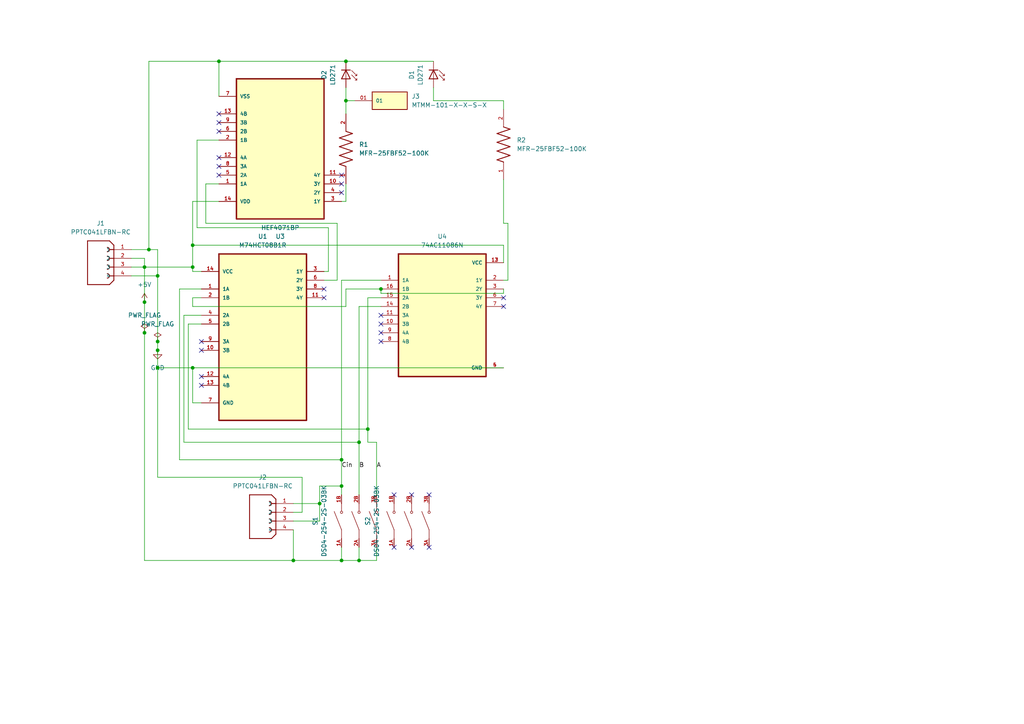
<source format=kicad_sch>
(kicad_sch (version 20231120) (generator "eeschema") (generator_version "8.0")
  (paper "A4")
  (lib_symbols
    (symbol "74AC11086N:74AC11086N" (pin_names (offset 1.016))
      (property "Reference" "U" (at -12.7 18.78 0))
      (property "Value" "74AC11086N" (at -12.7 -21.78 0))
      (symbol "74AC11086N_0_0"
        (rectangle (start -12.7 -17.78) (end 12.7 17.78) (stroke (width 0.41)) (fill (type background)))
        (pin input line (at -17.78 10.16 0) (length 5.08) (name "1A") (number "1"))
        (pin input line (at -17.78 -2.54 0) (length 5.08) (name "3B") (number "10"))
        (pin input line (at -17.78 0 0) (length 5.08) (name "3A") (number "11"))
        (pin power_in line (at 17.78 15.24 180) (length 5.08) (name "VCC") (number "12"))
        (pin power_in line (at 17.78 15.24 180) (length 5.08) (name "VCC") (number "13"))
        (pin input line (at -17.78 2.54 0) (length 5.08) (name "2B") (number "14"))
        (pin input line (at -17.78 5.08 0) (length 5.08) (name "2A") (number "15"))
        (pin input line (at -17.78 7.62 0) (length 5.08) (name "1B") (number "16"))
        (pin output line (at 17.78 10.16 180) (length 5.08) (name "1Y") (number "2"))
        (pin output line (at 17.78 7.62 180) (length 5.08) (name "2Y") (number "3"))
        (pin power_in line (at 17.78 -15.24 180) (length 5.08) (name "GND") (number "4"))
        (pin power_in line (at 17.78 -15.24 180) (length 5.08) (name "GND") (number "5"))
        (pin output line (at 17.78 5.08 180) (length 5.08) (name "3Y") (number "6"))
        (pin output line (at 17.78 2.54 180) (length 5.08) (name "4Y") (number "7"))
        (pin input line (at -17.78 -7.62 0) (length 5.08) (name "4B") (number "8"))
        (pin input line (at -17.78 -5.08 0) (length 5.08) (name "4A") (number "9"))
      )
    )
    (symbol "DS04-254-2S-03BK:DS04-254-2S-03BK" (pin_names (offset 1.016))
      (property "Reference" "S" (at -2.54 7.62 0))
      (property "Value" "DS04-254-2S-03BK" (at -2.54 -7.62 0))
      (symbol "DS04-254-2S-03BK_0_0"
        (polyline (pts (xy -2.54 -5.08) (xy -5.08 -5.08)) (stroke (width 0.1524)))
        (polyline (pts (xy -2.54 -5.08) (xy 2.794 -2.9464)) (stroke (width 0.1524)))
        (polyline (pts (xy -2.54 0) (xy -5.08 0)) (stroke (width 0.1524)))
        (polyline (pts (xy -2.54 0) (xy 2.794 2.1336)) (stroke (width 0.1524)))
        (polyline (pts (xy -2.54 5.08) (xy -5.08 5.08)) (stroke (width 0.1524)))
        (polyline (pts (xy -2.54 5.08) (xy 2.794 7.2136)) (stroke (width 0.1524)))
        (polyline (pts (xy 5.08 -5.08) (xy 2.921 -5.08)) (stroke (width 0.1524)))
        (polyline (pts (xy 5.08 0) (xy 2.921 0)) (stroke (width 0.1524)))
        (polyline (pts (xy 5.08 5.08) (xy 2.921 5.08)) (stroke (width 0.1524)))
        (circle (center 2.54 -5.08) (radius 0.3302) (stroke (width 0.1524)))
        (circle (center 2.54 0) (radius 0.3302) (stroke (width 0.1524)))
        (circle (center 2.54 5.08) (radius 0.3302) (stroke (width 0.1524)))
        (pin passive line (at -7.62 5.08 0) (length 2.54) (name "~") (number "1A"))
        (pin passive line (at 7.62 5.08 180) (length 2.54) (name "~") (number "1B"))
        (pin passive line (at -7.62 0 0) (length 2.54) (name "~") (number "2A"))
        (pin passive line (at 7.62 0 180) (length 2.54) (name "~") (number "2B"))
        (pin passive line (at -7.62 -5.08 0) (length 2.54) (name "~") (number "3A"))
        (pin passive line (at 7.62 -5.08 180) (length 2.54) (name "~") (number "3B"))
      )
    )
    (symbol "HEF4071BP:HEF4071BP" (pin_names (offset 1.016))
      (property "Reference" "U" (at -5.6696 20.3903 0))
      (property "Value" "HEF4071BP" (at -2.8964 -27.5414 0))
      (symbol "HEF4071BP_0_0"
        (rectangle (start -12.7 -22.86) (end 12.7 17.78) (stroke (width 0.4064)) (fill (type background)))
        (pin input line (at -17.78 7.62 0) (length 5.08) (name "1A") (number "1"))
        (pin output line (at 17.78 7.62 180) (length 5.08) (name "3Y") (number "10"))
        (pin output line (at 17.78 5.08 180) (length 5.08) (name "4Y") (number "11"))
        (pin input line (at -17.78 0 0) (length 5.08) (name "4A") (number "12"))
        (pin input line (at -17.78 -12.7 0) (length 5.08) (name "4B") (number "13"))
        (pin power_in line (at -17.78 12.7 0) (length 5.08) (name "VDD") (number "14"))
        (pin input line (at -17.78 -5.08 0) (length 5.08) (name "1B") (number "2"))
        (pin output line (at 17.78 12.7 180) (length 5.08) (name "1Y") (number "3"))
        (pin output line (at 17.78 10.16 180) (length 5.08) (name "2Y") (number "4"))
        (pin input line (at -17.78 5.08 0) (length 5.08) (name "2A") (number "5"))
        (pin input line (at -17.78 -7.62 0) (length 5.08) (name "2B") (number "6"))
        (pin passive line (at -17.78 -17.78 0) (length 5.08) (name "VSS") (number "7"))
        (pin input line (at -17.78 2.54 0) (length 5.08) (name "3A") (number "8"))
        (pin input line (at -17.78 -10.16 0) (length 5.08) (name "3B") (number "9"))
      )
    )
    (symbol "LED:LD271" (pin_numbers hide) (pin_names (offset 1.016) hide)
      (property "Reference" "D" (at 0.508 1.778 0))
      (property "Value" "LD271" (at -1.016 -2.794 0))
      (symbol "LD271_0_1"
        (polyline (pts (xy -2.54 1.27) (xy -2.54 -1.27)) (stroke (width 0.254)))
        (polyline (pts (xy 0 0) (xy -2.54 0)))
        (polyline (pts (xy 0.381 3.175) (xy -0.127 3.175)))
        (polyline (pts (xy -1.143 1.651) (xy 0.381 3.175) (xy 0.381 2.667)))
        (polyline (pts (xy 0 -1.27) (xy -2.54 0) (xy 0 1.27) (xy 0 -1.27)) (stroke (width 0.254)))
        (polyline (pts (xy -2.413 1.651) (xy -0.889 3.175) (xy -0.889 2.667) (xy -0.889 3.175) (xy -1.397 3.175)))
      )
      (symbol "LD271_1_1"
        (pin passive line (at -5.08 0 0) (length 2.54) (name "K") (number "1"))
        (pin passive line (at 2.54 0 180) (length 2.54) (name "A") (number "2"))
      )
    )
    (symbol "M74HCT08B1R:M74HCT08B1R" (pin_names (offset 1.016))
      (property "Reference" "U" (at -4.7244 24.3586 0))
      (property "Value" "M74HCT08B1R" (at -4.8514 -32.4612 0))
      (symbol "M74HCT08B1R_0_0"
        (rectangle (start -12.7 -27.94) (end 12.7 20.32) (stroke (width 0.4064)) (fill (type background)))
        (pin input line (at -17.78 10.16 0) (length 5.08) (name "1A") (number "1"))
        (pin input line (at -17.78 -7.62 0) (length 5.08) (name "3B") (number "10"))
        (pin output line (at 17.78 7.62 180) (length 5.08) (name "4Y") (number "11"))
        (pin input line (at -17.78 -15.24 0) (length 5.08) (name "4A") (number "12"))
        (pin input line (at -17.78 -17.78 0) (length 5.08) (name "4B") (number "13"))
        (pin power_in line (at -17.78 15.24 0) (length 5.08) (name "VCC") (number "14"))
        (pin input line (at -17.78 7.62 0) (length 5.08) (name "1B") (number "2"))
        (pin output line (at 17.78 15.24 180) (length 5.08) (name "1Y") (number "3"))
        (pin input line (at -17.78 2.54 0) (length 5.08) (name "2A") (number "4"))
        (pin input line (at -17.78 0 0) (length 5.08) (name "2B") (number "5"))
        (pin output line (at 17.78 12.7 180) (length 5.08) (name "2Y") (number "6"))
        (pin passive line (at -17.78 -22.86 0) (length 5.08) (name "GND") (number "7"))
        (pin output line (at 17.78 10.16 180) (length 5.08) (name "3Y") (number "8"))
        (pin input line (at -17.78 -5.08 0) (length 5.08) (name "3A") (number "9"))
      )
    )
    (symbol "MFR-25FBF52-100K:MFR-25FBF52-100K" (pin_names (offset 1.016))
      (property "Reference" "R" (at -7.6244 2.5415 0))
      (property "Value" "MFR-25FBF52-100K" (at -7.63 -5.0866 0))
      (symbol "MFR-25FBF52-100K_0_0"
        (polyline (pts (xy -5.08 0) (xy -4.445 1.905)) (stroke (width 0.254)))
        (polyline (pts (xy -4.445 1.905) (xy -3.175 -1.905)) (stroke (width 0.254)))
        (polyline (pts (xy -3.175 -1.905) (xy -1.905 1.905)) (stroke (width 0.254)))
        (polyline (pts (xy -1.905 1.905) (xy -0.635 -1.905)) (stroke (width 0.254)))
        (polyline (pts (xy -0.635 -1.905) (xy 0.635 1.905)) (stroke (width 0.254)))
        (polyline (pts (xy 0.635 1.905) (xy 1.905 -1.905)) (stroke (width 0.254)))
        (polyline (pts (xy 1.905 -1.905) (xy 3.175 1.905)) (stroke (width 0.254)))
        (polyline (pts (xy 3.175 1.905) (xy 4.445 -1.905)) (stroke (width 0.254)))
        (polyline (pts (xy 4.445 -1.905) (xy 5.08 0)) (stroke (width 0.254)))
        (pin passive line (at -10.16 0 0) (length 5.08) (name "~") (number "1"))
        (pin passive line (at 10.16 0 180) (length 5.08) (name "~") (number "2"))
      )
    )
    (symbol "MTMM-101-X-X-S-X:MTMM-101-X-X-S-X" (pin_names (offset 1.016))
      (property "Reference" "J" (at -5.08 3.302 0))
      (property "Value" "MTMM-101-X-X-S-X" (at -5.08 -5.08 0))
      (symbol "MTMM-101-X-X-S-X_0_0"
        (rectangle (start -5.08 -2.54) (end 5.08 2.54) (stroke (width 0.254)) (fill (type background)))
        (pin passive line (at -10.16 0 0) (length 5.08) (name "01") (number "01"))
      )
    )
    (symbol "PPTC041LFBN-RC:PPTC041LFBN-RC" (pin_names (offset 1.016))
      (property "Reference" "J" (at -7.62 6.35 0))
      (property "Value" "PPTC041LFBN-RC" (at -7.62 -10.16 0))
      (symbol "PPTC041LFBN-RC_0_0"
        (arc (start -1.905 -5.715) (mid -1.2727 -5.08) (end -1.905 -4.445) (stroke (width 0.254)))
        (arc (start -1.905 -3.175) (mid -1.2727 -2.54) (end -1.905 -1.905) (stroke (width 0.254)))
        (arc (start -1.905 -0.635) (mid -1.2727 0) (end -1.905 0.635) (stroke (width 0.254)))
        (arc (start -1.905 1.905) (mid -1.2727 2.54) (end -1.905 3.175) (stroke (width 0.254)))
        (polyline (pts (xy -7.62 -7.62) (xy -7.62 5.08)) (stroke (width 0.254)))
        (polyline (pts (xy -7.62 5.08) (xy -1.27 5.08)) (stroke (width 0.254)))
        (polyline (pts (xy -1.27 -7.62) (xy -7.62 -7.62)) (stroke (width 0.254)))
        (polyline (pts (xy 0 -6.35) (xy -1.27 -7.62)) (stroke (width 0.254)))
        (polyline (pts (xy 0 -5.08) (xy -1.27 -5.08)) (stroke (width 0.254)))
        (polyline (pts (xy 0 -2.54) (xy -1.27 -2.54)) (stroke (width 0.254)))
        (polyline (pts (xy 0 0) (xy -1.27 0)) (stroke (width 0.254)))
        (polyline (pts (xy 0 2.54) (xy -1.27 2.54)) (stroke (width 0.254)))
        (polyline (pts (xy 0 2.54) (xy 0 -6.35)) (stroke (width 0.254)))
        (polyline (pts (xy 0 3.81) (xy -1.27 5.08)) (stroke (width 0.254)))
        (polyline (pts (xy 0 3.81) (xy 0 2.54)) (stroke (width 0.254)))
        (pin passive line (at 5.08 2.54 180) (length 5.08) (name "1") (number "1"))
        (pin passive line (at 5.08 0 180) (length 5.08) (name "2") (number "2"))
        (pin passive line (at 5.08 -2.54 180) (length 5.08) (name "3") (number "3"))
        (pin passive line (at 5.08 -5.08 180) (length 5.08) (name "4") (number "4"))
      )
    )
    (symbol "power:+5V" (power) (pin_numbers hide) (pin_names (offset 0) hide)
      (property "Value" "+5V" (at 0 3.556 0))
      (symbol "+5V_0_1"
        (polyline (pts (xy -0.762 1.27) (xy 0 2.54)))
        (polyline (pts (xy 0 0) (xy 0 2.54)))
        (polyline (pts (xy 0 2.54) (xy 0.762 1.27)))
      )
      (symbol "+5V_1_1"
        (pin power_in line (at 0 0 90) (length 0) (name "~") (number "1"))
      )
    )
    (symbol "power:GND" (power) (pin_numbers hide) (pin_names (offset 0) hide)
      (property "Value" "GND" (at 0 -3.81 0))
      (symbol "GND_0_1"
        (polyline (pts (xy 0 0) (xy 0 -1.27) (xy 1.27 -1.27) (xy 0 -2.54) (xy -1.27 -1.27) (xy 0 -1.27)))
      )
      (symbol "GND_1_1"
        (pin power_in line (at 0 0 270) (length 0) (name "~") (number "1"))
      )
    )
    (symbol "power:PWR_FLAG" (power) (pin_numbers hide) (pin_names (offset 0) hide)
      (property "Value" "PWR_FLAG" (at 0 3.81 0))
      (symbol "PWR_FLAG_0_0"
        (pin power_out line (at 0 0 90) (length 0) (name "~") (number "1"))
      )
      (symbol "PWR_FLAG_0_1"
        (polyline (pts (xy 0 0) (xy 0 1.27) (xy -1.016 1.905) (xy 0 2.54) (xy 1.016 1.905) (xy 0 1.27)))
      )
    )
  )
  (junction (at 110.49 83.82))
  (junction (at 45.72 106.68))
  (junction (at 45.72 99.06))
  (junction (at 41.91 96.52))
  (junction (at 106.68 124.46))
  (junction (at 104.14 162.56))
  (junction (at 100.33 29.21))
  (junction (at 99.06 162.56))
  (junction (at 99.06 140.97))
  (junction (at 63.5 17.78))
  (junction (at 92.71 146.05))
  (junction (at 41.91 87.63))
  (junction (at 55.88 77.47))
  (junction (at 45.72 101.6))
  (junction (at 85.09 162.56))
  (junction (at 100.33 17.78))
  (junction (at 104.14 128.27))
  (junction (at 99.06 133.35))
  (junction (at 43.18 72.39))
  (junction (at 55.88 71.12))
  (junction (at 45.72 80.01))
  (junction (at 41.91 77.47))
  (junction (at 55.88 106.68))
  (no_connect (at 99.06 53.34))
  (no_connect (at 119.38 143.51))
  (no_connect (at 63.5 48.26))
  (no_connect (at 93.98 83.82))
  (no_connect (at 110.49 91.44))
  (no_connect (at 63.5 38.1))
  (no_connect (at 146.05 88.9))
  (no_connect (at 93.98 86.36))
  (no_connect (at 63.5 50.8))
  (no_connect (at 63.5 35.56))
  (no_connect (at 63.5 33.02))
  (no_connect (at 58.42 99.06))
  (no_connect (at 114.3 158.75))
  (no_connect (at 99.06 50.8))
  (no_connect (at 63.5 45.72))
  (no_connect (at 58.42 101.6))
  (no_connect (at 99.06 55.88))
  (no_connect (at 124.46 143.51))
  (no_connect (at 110.49 93.98))
  (no_connect (at 58.42 109.22))
  (no_connect (at 110.49 96.52))
  (no_connect (at 119.38 158.75))
  (no_connect (at 114.3 143.51))
  (no_connect (at 110.49 99.06))
  (no_connect (at 58.42 111.76))
  (no_connect (at 146.05 86.36))
  (no_connect (at 124.46 158.75))
  (wire (pts (xy 55.88 71.12) (xy 55.88 77.47)))
  (wire (pts (xy 45.72 80.01) (xy 45.72 99.06)))
  (wire (pts (xy 45.72 80.01) (xy 45.72 72.39)))
  (wire (pts (xy 99.06 58.42) (xy 100.33 58.42)))
  (wire (pts (xy 57.15 40.64) (xy 63.5 40.64)))
  (wire (pts (xy 100.33 53.34) (xy 100.33 58.42)))
  (wire (pts (xy 109.22 158.75) (xy 109.22 162.56)))
  (wire (pts (xy 146.05 81.28) (xy 147.32 81.28)))
  (wire (pts (xy 147.32 81.28) (xy 147.32 64.77)))
  (wire (pts (xy 146.05 83.82) (xy 146.05 85.09)))
  (wire (pts (xy 99.06 158.75) (xy 99.06 162.56)))
  (wire (pts (xy 43.18 72.39) (xy 43.18 17.78)))
  (wire (pts (xy 102.87 29.21) (xy 100.33 29.21)))
  (wire (pts (xy 41.91 77.47) (xy 41.91 87.63)))
  (wire (pts (xy 99.06 140.97) (xy 99.06 143.51)))
  (wire (pts (xy 58.42 116.84) (xy 55.88 116.84)))
  (wire (pts (xy 45.72 106.68) (xy 45.72 101.6)))
  (wire (pts (xy 54.61 93.98) (xy 58.42 93.98)))
  (wire (pts (xy 146.05 52.07) (xy 146.05 64.77)))
  (wire (pts (xy 41.91 96.52) (xy 41.91 162.56)))
  (wire (pts (xy 41.91 162.56) (xy 85.09 162.56)))
  (wire (pts (xy 109.22 128.27) (xy 109.22 143.51)))
  (wire (pts (xy 57.15 66.04) (xy 57.15 40.64)))
  (wire (pts (xy 125.73 29.21) (xy 125.73 25.4)))
  (wire (pts (xy 97.79 64.77) (xy 97.79 81.28)))
  (wire (pts (xy 63.5 58.42) (xy 55.88 58.42)))
  (wire (pts (xy 100.33 17.78) (xy 125.73 17.78)))
  (wire (pts (xy 41.91 74.93) (xy 41.91 77.47)))
  (wire (pts (xy 146.05 29.21) (xy 125.73 29.21)))
  (wire (pts (xy 104.14 158.75) (xy 104.14 162.56)))
  (wire (pts (xy 43.18 72.39) (xy 45.72 72.39)))
  (wire (pts (xy 38.1 80.01) (xy 45.72 80.01)))
  (wire (pts (xy 146.05 85.09) (xy 110.49 85.09)))
  (wire (pts (xy 43.18 17.78) (xy 63.5 17.78)))
  (wire (pts (xy 110.49 88.9) (xy 104.14 88.9)))
  (wire (pts (xy 99.06 133.35) (xy 99.06 140.97)))
  (wire (pts (xy 41.91 74.93) (xy 38.1 74.93)))
  (wire (pts (xy 55.88 71.12) (xy 146.05 71.12)))
  (wire (pts (xy 63.5 17.78) (xy 63.5 27.94)))
  (wire (pts (xy 54.61 93.98) (xy 54.61 124.46)))
  (wire (pts (xy 55.88 116.84) (xy 55.88 106.68)))
  (wire (pts (xy 85.09 153.67) (xy 85.09 162.56)))
  (wire (pts (xy 54.61 124.46) (xy 106.68 124.46)))
  (wire (pts (xy 99.06 81.28) (xy 99.06 133.35)))
  (wire (pts (xy 45.72 138.43) (xy 45.72 106.68)))
  (wire (pts (xy 146.05 64.77) (xy 147.32 64.77)))
  (wire (pts (xy 93.98 81.28) (xy 97.79 81.28)))
  (wire (pts (xy 55.88 58.42) (xy 55.88 71.12)))
  (wire (pts (xy 100.33 88.9) (xy 55.88 88.9)))
  (wire (pts (xy 110.49 85.09) (xy 110.49 83.82)))
  (wire (pts (xy 100.33 25.4) (xy 100.33 29.21)))
  (wire (pts (xy 104.14 88.9) (xy 104.14 128.27)))
  (wire (pts (xy 52.07 83.82) (xy 52.07 133.35)))
  (wire (pts (xy 99.06 162.56) (xy 104.14 162.56)))
  (wire (pts (xy 63.5 17.78) (xy 100.33 17.78)))
  (wire (pts (xy 85.09 151.13) (xy 92.71 151.13)))
  (wire (pts (xy 100.33 83.82) (xy 100.33 88.9)))
  (wire (pts (xy 95.25 66.04) (xy 57.15 66.04)))
  (wire (pts (xy 52.07 83.82) (xy 58.42 83.82)))
  (wire (pts (xy 92.71 146.05) (xy 92.71 140.97)))
  (wire (pts (xy 55.88 88.9) (xy 55.88 86.36)))
  (wire (pts (xy 55.88 77.47) (xy 55.88 78.74)))
  (wire (pts (xy 59.69 53.34) (xy 59.69 64.77)))
  (wire (pts (xy 87.63 148.59) (xy 87.63 138.43)))
  (wire (pts (xy 92.71 140.97) (xy 99.06 140.97)))
  (wire (pts (xy 92.71 151.13) (xy 92.71 146.05)))
  (wire (pts (xy 55.88 78.74) (xy 58.42 78.74)))
  (wire (pts (xy 59.69 64.77) (xy 97.79 64.77)))
  (wire (pts (xy 99.06 81.28) (xy 110.49 81.28)))
  (wire (pts (xy 146.05 76.2) (xy 146.05 71.12)))
  (wire (pts (xy 95.25 78.74) (xy 93.98 78.74)))
  (wire (pts (xy 41.91 77.47) (xy 55.88 77.47)))
  (wire (pts (xy 106.68 124.46) (xy 106.68 128.27)))
  (wire (pts (xy 45.72 101.6) (xy 45.72 99.06)))
  (wire (pts (xy 55.88 106.68) (xy 146.05 106.68)))
  (wire (pts (xy 95.25 66.04) (xy 95.25 78.74)))
  (wire (pts (xy 100.33 29.21) (xy 100.33 33.02)))
  (wire (pts (xy 110.49 83.82) (xy 100.33 83.82)))
  (wire (pts (xy 53.34 91.44) (xy 58.42 91.44)))
  (wire (pts (xy 85.09 162.56) (xy 99.06 162.56)))
  (wire (pts (xy 52.07 133.35) (xy 99.06 133.35)))
  (wire (pts (xy 41.91 87.63) (xy 41.91 96.52)))
  (wire (pts (xy 87.63 138.43) (xy 45.72 138.43)))
  (wire (pts (xy 53.34 128.27) (xy 104.14 128.27)))
  (wire (pts (xy 85.09 146.05) (xy 92.71 146.05)))
  (wire (pts (xy 55.88 86.36) (xy 58.42 86.36)))
  (wire (pts (xy 106.68 86.36) (xy 110.49 86.36)))
  (wire (pts (xy 45.72 106.68) (xy 55.88 106.68)))
  (wire (pts (xy 63.5 53.34) (xy 59.69 53.34)))
  (wire (pts (xy 106.68 86.36) (xy 106.68 124.46)))
  (wire (pts (xy 146.05 29.21) (xy 146.05 31.75)))
  (wire (pts (xy 104.14 162.56) (xy 109.22 162.56)))
  (wire (pts (xy 104.14 128.27) (xy 104.14 143.51)))
  (wire (pts (xy 106.68 128.27) (xy 109.22 128.27)))
  (wire (pts (xy 85.09 148.59) (xy 87.63 148.59)))
  (wire (pts (xy 53.34 91.44) (xy 53.34 128.27)))
  (wire (pts (xy 41.91 77.47) (xy 38.1 77.47)))
  (wire (pts (xy 38.1 72.39) (xy 43.18 72.39)))
  (label "B" (at 104.14 135.89 0))
  (label "A" (at 109.22 135.89 0))
  (label "Cin" (at 99.06 135.89 0))
  (symbol (lib_id "PPTC041LFBN-RC:PPTC041LFBN-RC") (at 33.02 74.93 0) (unit 1)
    (property "Reference" "J1" (at 29.21 64.77 0))
    (property "Value" "PPTC041LFBN-RC" (at 29.21 67.31 0))
    (property "Footprint" "PPTC041LFBN-RC:SULLINS_PPTC041LFBN-RC" (effects (hide yes)))
    (property "MF" "Sullins Connector" (effects (hide yes)))
    (property "MAXIMUM_PACKAGE_HEIGHT" "8.5mm" (effects (hide yes)))
    (property "Package" "None" (effects (hide yes)))
    (property "Price" "None" (effects (hide yes)))
    (property "Check_prices" "https://www.snapeda.com/parts/PPTC041LFBN-RC/Sullins+Connector+Solutions/view-part/?ref=eda" (effects (hide yes)))
    (property "STANDARD" "Manufacturer Recommendations" (effects (hide yes)))
    (property "PARTREV" "J - 04/15/2015" (effects (hide yes)))
    (property "SnapEDA_Link" "https://www.snapeda.com/parts/PPTC041LFBN-RC/Sullins+Connector+Solutions/view-part/?ref=snap" (effects (hide yes)))
    (property "MP" "PPTC041LFBN-RC" (effects (hide yes)))
    (property "Description_1" "\n4 Position Header Connector 0.100 (2.54mm) Through Hole Tin\n" (effects (hide yes)))
    (property "Availability" "In Stock" (effects (hide yes)))
    (property "MANUFACTURER" "SULLINS" (effects (hide yes)))
  )
  (symbol (lib_id "power:+5V") (at 41.91 87.63 0) (unit 1)
    (property "Reference" "#PWR01" (effects (hide yes)))
    (property "Value" "+5V" (at 41.91 82.55 0))
    (property "Description" "Power symbol creates a global label with name \"+5V\"" (effects (hide yes)))
  )
  (symbol (lib_id "LED:LD271") (at 125.73 22.86 270) (unit 1)
    (property "Reference" "D1" (at 119.38 21.717 0))
    (property "Value" "LD271" (at 121.92 21.717 0))
    (property "Footprint" "LED_THT:LED_D5.0mm_IRGrey" (effects (hide yes)))
    (property "Datasheet" "http://www.alliedelec.com/m/d/40788c34903a719969df15f1fbea1056.pdf" (effects (hide yes)))
    (property "Description" "940nm IR-LED, 5mm" (effects (hide yes)))
  )
  (symbol (lib_id "DS04-254-2S-03BK:DS04-254-2S-03BK") (at 104.14 151.13 90) (unit 1)
    (property "Reference" "S1" (at 91.44 151.13 0))
    (property "Value" "DS04-254-2S-03BK" (at 93.98 151.13 0))
    (property "Footprint" "DS04-254-2S-03BK:SW_DS04-254-2S-03BK" (effects (hide yes)))
    (property "MF" "CUI Devices" (effects (hide yes)))
    (property "MAXIMUM_PACKAGE_HEIGHT" "3.96 mm" (effects (hide yes)))
    (property "Package" "None" (effects (hide yes)))
    (property "Price" "None" (effects (hide yes)))
    (property "Check_prices" "https://www.snapeda.com/parts/DS04-254-2S-03BK/CUI+Devices/view-part/?ref=eda" (effects (hide yes)))
    (property "STANDARD" "Manufacturer Recommendations" (effects (hide yes)))
    (property "PARTREV" "V0.0" (effects (hide yes)))
    (property "SnapEDA_Link" "https://www.snapeda.com/parts/DS04-254-2S-03BK/CUI+Devices/view-part/?ref=snap" (effects (hide yes)))
    (property "MP" "DS04-254-2S-03BK" (effects (hide yes)))
    (property "Description_1" "3 Position, Through Hole, 2.54 mm Pitch, Flat Slide Actuator, Flat Bottom, Short Pin, DIP Switch" (effects (hide yes)))
    (property "CUI_purchase_URL" "https://www.cuidevices.com/product/switches/dip-switches/ds04-254-2s-03bk?utm_source=snapeda.com&utm_medium=referral&utm_campaign=snapedaBOM" (effects (hide yes)))
    (property "Availability" "In Stock" (effects (hide yes)))
    (property "MANUFACTURER" "CUI Inc." (effects (hide yes)))
  )
  (symbol (lib_id "MFR-25FBF52-100K:MFR-25FBF52-100K") (at 146.05 41.91 90) (unit 1)
    (property "Reference" "R2" (at 149.86 40.6399 90) (effects (justify right)))
    (property "Value" "MFR-25FBF52-100K" (at 149.86 43.1799 90) (effects (justify right)))
    (property "Footprint" "MFR-25FBF52-100K:RESAD1100W55L680D260" (effects (hide yes)))
    (property "MF" "Yageo" (effects (hide yes)))
    (property "MAXIMUM_PACKAGE_HEIGHT" "2.6mm" (effects (hide yes)))
    (property "Package" "Axial Yageo" (effects (hide yes)))
    (property "Price" "None" (effects (hide yes)))
    (property "Check_prices" "https://www.snapeda.com/parts/MFR-25FBF52-100K/Yageo/view-part/?ref=eda" (effects (hide yes)))
    (property "STANDARD" "IPC 7351B" (effects (hide yes)))
    (property "PARTREV" "201304" (effects (hide yes)))
    (property "SnapEDA_Link" "https://www.snapeda.com/parts/MFR-25FBF52-100K/Yageo/view-part/?ref=snap" (effects (hide yes)))
    (property "MP" "MFR-25FBF52-100K" (effects (hide yes)))
    (property "Purchase-URL" "https://www.snapeda.com/api/url_track_click_mouser/?unipart_id=3949503&manufacturer=Yageo&part_name=MFR-25FBF52-100K&search_term=resistor" (effects (hide yes)))
    (property "Description_1" "\n100 kOhms ±1% 0.25W, 1/4W Through Hole Resistor Axial - Metal Film\n" (effects (hide yes)))
    (property "Availability" "In Stock" (effects (hide yes)))
    (property "MANUFACTURER" "Yageo Corporation" (effects (hide yes)))
  )
  (symbol (lib_id "power:PWR_FLAG") (at 45.72 99.06 0) (unit 1)
    (property "Reference" "#FLG01" (effects (hide yes)))
    (property "Value" "PWR_FLAG" (at 45.72 93.98 0))
    (property "Description" "Special symbol for telling ERC where power comes from" (effects (hide yes)))
  )
  (symbol (lib_id "HEF4071BP:HEF4071BP") (at 81.28 45.72 0) (mirror x) (unit 1)
    (property "Reference" "U3" (at 81.28 68.58 0))
    (property "Value" "HEF4071BP" (at 81.28 66.04 0))
    (property "Footprint" "HEF4071BP:DIP254P762X420-14" (effects (hide yes)))
    (property "MF" "Nexperia" (effects (hide yes)))
    (property "Description_1" "\nIC, 4000 LOCMOS, 4071, DIP14, 15V; Logic Family / Base Number: HEF4071; Logic Type: OR; Output Current: 2.4mA; No. of Inputs: 2; Supply Voltage Min: 3V; Supply Voltage Max: 15V; Logic Case Style: DIP; No. of Pins: 14Pins; Logic IC Family: HEF4000; Logic IC Base Number: 4071; Operating Temperature Min: -40°C; Operating Temperature Max: 70°C; Product Range: -; Automotive Qualification Standard: -; MSL: -; SVHC: No SVHC (15-Jan-2018); Base Number: 4071; Device Marking: HEF4071BP; Logic Function Number: 4071; Logic IC Base Number: 4071; Logic IC Function: Quadruple 2-Input OR Gate; No. of Gates: 4; Operating Temperature Range: -40°C to +70°C; Supply Voltage Range: 4.5V to 15.5V; Termination Type: Through Hole\n" (effects (hide yes)))
    (property "PACKAGE" "DIP-14" (effects (hide yes)))
    (property "MPN" "HEF4071BP" (effects (hide yes)))
    (property "Price" "None" (effects (hide yes)))
    (property "Package" "None" (effects (hide yes)))
    (property "OC_FARNELL" "385591" (effects (hide yes)))
    (property "SnapEDA_Link" "https://www.snapeda.com/parts/HEF4071BP/Nexperia/view-part/?ref=snap" (effects (hide yes)))
    (property "MP" "HEF4071BP" (effects (hide yes)))
    (property "SUPPLIER" "NXP" (effects (hide yes)))
    (property "OC_NEWARK" "10WX5463" (effects (hide yes)))
    (property "Availability" "In Stock" (effects (hide yes)))
    (property "Check_prices" "https://www.snapeda.com/parts/HEF4071BP/Nexperia/view-part/?ref=eda" (effects (hide yes)))
  )
  (symbol (lib_id "DS04-254-2S-03BK:DS04-254-2S-03BK") (at 119.38 151.13 90) (unit 1)
    (property "Reference" "S2" (at 106.68 151.13 0))
    (property "Value" "DS04-254-2S-03BK" (at 109.22 151.13 0))
    (property "Footprint" "DS04-254-2S-03BK:SW_DS04-254-2S-03BK" (effects (hide yes)))
    (property "MF" "CUI Devices" (effects (hide yes)))
    (property "MAXIMUM_PACKAGE_HEIGHT" "3.96 mm" (effects (hide yes)))
    (property "Package" "None" (effects (hide yes)))
    (property "Price" "None" (effects (hide yes)))
    (property "Check_prices" "https://www.snapeda.com/parts/DS04-254-2S-03BK/CUI+Devices/view-part/?ref=eda" (effects (hide yes)))
    (property "STANDARD" "Manufacturer Recommendations" (effects (hide yes)))
    (property "PARTREV" "V0.0" (effects (hide yes)))
    (property "SnapEDA_Link" "https://www.snapeda.com/parts/DS04-254-2S-03BK/CUI+Devices/view-part/?ref=snap" (effects (hide yes)))
    (property "MP" "DS04-254-2S-03BK" (effects (hide yes)))
    (property "Description_1" "3 Position, Through Hole, 2.54 mm Pitch, Flat Slide Actuator, Flat Bottom, Short Pin, DIP Switch" (effects (hide yes)))
    (property "CUI_purchase_URL" "https://www.cuidevices.com/product/switches/dip-switches/ds04-254-2s-03bk?utm_source=snapeda.com&utm_medium=referral&utm_campaign=snapedaBOM" (effects (hide yes)))
    (property "Availability" "In Stock" (effects (hide yes)))
    (property "MANUFACTURER" "CUI Inc." (effects (hide yes)))
  )
  (symbol (lib_id "74AC11086N:74AC11086N") (at 128.27 91.44 0) (unit 1)
    (property "Reference" "U4" (at 128.27 68.58 0))
    (property "Value" "74AC11086N" (at 128.27 71.12 0))
    (property "Footprint" "74AC11086N:DIP794W45P254L1969H508Q16" (effects (hide yes)))
    (property "MF" "Texas Instruments" (effects (hide yes)))
    (property "Description_1" "\n4-ch, 2-input, 3-V to 5.5-V XOR (exclusive OR) gates\n" (effects (hide yes)))
    (property "Package" "PDIP-16 Texas Instruments" (effects (hide yes)))
    (property "Price" "None" (effects (hide yes)))
    (property "SnapEDA_Link" "https://www.snapeda.com/parts/74AC11086N/Texas+Instruments/view-part/?ref=snap" (effects (hide yes)))
    (property "MP" "74AC11086N" (effects (hide yes)))
    (property "Purchase-URL" "https://www.snapeda.com/api/url_track_click_mouser/?unipart_id=385761&manufacturer=Texas Instruments&part_name=74AC11086N&search_term=xor" (effects (hide yes)))
    (property "Availability" "In Stock" (effects (hide yes)))
    (property "Check_prices" "https://www.snapeda.com/parts/74AC11086N/Texas+Instruments/view-part/?ref=eda" (effects (hide yes)))
  )
  (symbol (lib_id "MTMM-101-X-X-S-X:MTMM-101-X-X-S-X") (at 113.03 29.21 0) (unit 1)
    (property "Reference" "J3" (at 119.38 27.9399 0) (effects (justify left)))
    (property "Value" "MTMM-101-X-X-S-X" (at 119.38 30.4799 0) (effects (justify left)))
    (property "Footprint" "MTMM-101-X-X-S-X:SAMTEC_MTMM-101-X-X-S-X" (effects (hide yes)))
    (property "MF" "Samtec" (effects (hide yes)))
    (property "Description_1" "\nConnector Header Through Hole 1 position\n" (effects (hide yes)))
    (property "Package" "None" (effects (hide yes)))
    (property "Price" "None" (effects (hide yes)))
    (property "Check_prices" "https://www.snapeda.com/parts/MTMM-101-05-G-S-225/Samtec/view-part/?ref=eda" (effects (hide yes)))
    (property "STANDARD" "Manufacturer recommendations" (effects (hide yes)))
    (property "PARTREV" "12-8-93" (effects (hide yes)))
    (property "SnapEDA_Link" "https://www.snapeda.com/parts/MTMM-101-05-G-S-225/Samtec/view-part/?ref=snap" (effects (hide yes)))
    (property "MP" "MTMM-101-05-G-S-225" (effects (hide yes)))
    (property "Availability" "In Stock" (effects (hide yes)))
    (property "MANUFACTURER" "Samtec" (effects (hide yes)))
  )
  (symbol (lib_id "PPTC041LFBN-RC:PPTC041LFBN-RC") (at 80.01 148.59 0) (unit 1)
    (property "Reference" "J2" (at 76.2 138.43 0))
    (property "Value" "PPTC041LFBN-RC" (at 76.2 140.97 0))
    (property "Footprint" "PPTC041LFBN-RC:SULLINS_PPTC041LFBN-RC" (effects (hide yes)))
    (property "MF" "Sullins Connector" (effects (hide yes)))
    (property "MAXIMUM_PACKAGE_HEIGHT" "8.5mm" (effects (hide yes)))
    (property "Package" "None" (effects (hide yes)))
    (property "Price" "None" (effects (hide yes)))
    (property "Check_prices" "https://www.snapeda.com/parts/PPTC041LFBN-RC/Sullins+Connector+Solutions/view-part/?ref=eda" (effects (hide yes)))
    (property "STANDARD" "Manufacturer Recommendations" (effects (hide yes)))
    (property "PARTREV" "J - 04/15/2015" (effects (hide yes)))
    (property "SnapEDA_Link" "https://www.snapeda.com/parts/PPTC041LFBN-RC/Sullins+Connector+Solutions/view-part/?ref=snap" (effects (hide yes)))
    (property "MP" "PPTC041LFBN-RC" (effects (hide yes)))
    (property "Description_1" "\n4 Position Header Connector 0.100 (2.54mm) Through Hole Tin\n" (effects (hide yes)))
    (property "Availability" "In Stock" (effects (hide yes)))
    (property "MANUFACTURER" "SULLINS" (effects (hide yes)))
  )
  (symbol (lib_id "LED:LD271") (at 100.33 22.86 270) (unit 1)
    (property "Reference" "D2" (at 93.98 21.717 0))
    (property "Value" "LD271" (at 96.52 21.717 0))
    (property "Footprint" "LED_THT:LED_D5.0mm_IRGrey" (effects (hide yes)))
    (property "Datasheet" "http://www.alliedelec.com/m/d/40788c34903a719969df15f1fbea1056.pdf" (effects (hide yes)))
    (property "Description" "940nm IR-LED, 5mm" (effects (hide yes)))
  )
  (symbol (lib_id "power:PWR_FLAG") (at 41.91 96.52 0) (unit 1)
    (property "Reference" "#FLG02" (effects (hide yes)))
    (property "Value" "PWR_FLAG" (at 41.91 91.44 0))
    (property "Description" "Special symbol for telling ERC where power comes from" (effects (hide yes)))
  )
  (symbol (lib_id "MFR-25FBF52-100K:MFR-25FBF52-100K") (at 100.33 43.18 90) (unit 1)
    (property "Reference" "R1" (at 104.14 41.9099 90) (effects (justify right)))
    (property "Value" "MFR-25FBF52-100K" (at 104.14 44.4499 90) (effects (justify right)))
    (property "Footprint" "MFR-25FBF52-100K:RESAD1100W55L680D260" (effects (hide yes)))
    (property "MF" "Yageo" (effects (hide yes)))
    (property "MAXIMUM_PACKAGE_HEIGHT" "2.6mm" (effects (hide yes)))
    (property "Package" "Axial Yageo" (effects (hide yes)))
    (property "Price" "None" (effects (hide yes)))
    (property "Check_prices" "https://www.snapeda.com/parts/MFR-25FBF52-100K/Yageo/view-part/?ref=eda" (effects (hide yes)))
    (property "STANDARD" "IPC 7351B" (effects (hide yes)))
    (property "PARTREV" "201304" (effects (hide yes)))
    (property "SnapEDA_Link" "https://www.snapeda.com/parts/MFR-25FBF52-100K/Yageo/view-part/?ref=snap" (effects (hide yes)))
    (property "MP" "MFR-25FBF52-100K" (effects (hide yes)))
    (property "Purchase-URL" "https://www.snapeda.com/api/url_track_click_mouser/?unipart_id=3949503&manufacturer=Yageo&part_name=MFR-25FBF52-100K&search_term=resistor" (effects (hide yes)))
    (property "Description_1" "\n100 kOhms ±1% 0.25W, 1/4W Through Hole Resistor Axial - Metal Film\n" (effects (hide yes)))
    (property "Availability" "In Stock" (effects (hide yes)))
    (property "MANUFACTURER" "Yageo Corporation" (effects (hide yes)))
  )
  (symbol (lib_id "M74HCT08B1R:M74HCT08B1R") (at 76.2 93.98 0) (unit 1)
    (property "Reference" "U1" (at 76.2 68.58 0))
    (property "Value" "M74HCT08B1R" (at 76.2 71.12 0))
    (property "Footprint" "M74HCT08B1R:DIP254P762X510-14" (effects (hide yes)))
    (property "MF" "STMicroelectronics" (effects (hide yes)))
    (property "Description_1" "\n74HCT CMOS, 74HCT08, DIP14, 5.5V; Logic Type:AND; Output Current:4mA; No. of Inputs:2; Supply Voltage Range:4.5V to 5.5V; Logic Case Style:DIP; No. of Pins:14; Operating Temperature Range:-55°C to +125°C; SVHC:No SVHC (20-Jun-2011); Base Number:74; IC Generic Number:74HCT08; Logic Function Number:74081; Logic IC Base Number:7408; Logic IC Family:HCT; Logic IC Function:Quadruple 2-Input AND Gate; No. of Gates:4; Operating Temperature Max:125°C; Operating Temperature Min:-55°C; Output Current Max:4mA; Package / Case:DIP; Supply Voltage:5.5V; Supply Voltage Max:5.5V; Supply Voltage Min:4.5V; Termination Type:Through Hole\n" (effects (hide yes)))
    (property "PACKAGE" "14-DIP" (effects (hide yes)))
    (property "MPN" "M74HCT08B1R" (effects (hide yes)))
    (property "Price" "None" (effects (hide yes)))
    (property "Package" "DIP-14 STMicroelectronics" (effects (hide yes)))
    (property "OC_FARNELL" "3111325" (effects (hide yes)))
    (property "SnapEDA_Link" "https://www.snapeda.com/parts/M74HCT08B1R/STMicroelectronics/view-part/?ref=snap" (effects (hide yes)))
    (property "MP" "M74HCT08B1R" (effects (hide yes)))
    (property "SUPPLIER" "STMICROELECTRONICS" (effects (hide yes)))
    (property "OC_NEWARK" "89K0831" (effects (hide yes)))
    (property "Availability" "In Stock" (effects (hide yes)))
    (property "Check_prices" "https://www.snapeda.com/parts/M74HCT08B1R/STMicroelectronics/view-part/?ref=eda" (effects (hide yes)))
  )
  (symbol (lib_id "power:GND") (at 45.72 101.6 0) (unit 1)
    (property "Reference" "#PWR02" (effects (hide yes)))
    (property "Value" "GND" (at 45.72 106.68 0))
    (property "Description" "Power symbol creates a global label with name \"GND\" , ground" (effects (hide yes)))
  )
)
</source>
